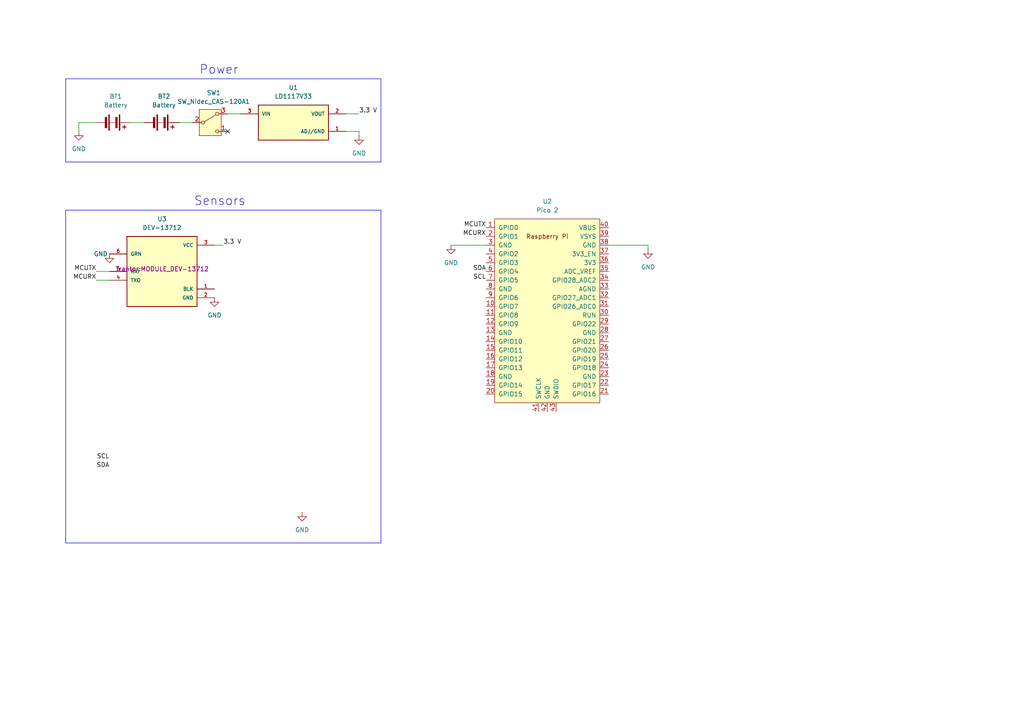
<source format=kicad_sch>
(kicad_sch (version 20250114) (generator "eeschema") (generator_version "9.0")
  (paper "A4")
  (lib_symbols
    (symbol "Device:Battery" (pin_numbers (hide yes)) (pin_names (offset 0) (hide yes))
      (property "Reference" "BT" (at 2.54 2.54 0))
      (property "Value" "Battery" (at 2.54 0 0))
      (symbol "Battery_0_1"
        (rectangle (start -2.286 1.778) (end 2.286 1.524) (fill (type outline)))
        (rectangle (start -2.286 -1.27) (end 2.286 -1.524) (fill (type outline)))
        (rectangle (start -1.524 1.016) (end 1.524 0.508) (fill (type outline)))
        (rectangle (start -1.524 -2.032) (end 1.524 -2.54) (fill (type outline)))
        (polyline (pts (xy 0 1.778) (xy 0 2.54)))
        (polyline (pts (xy 0 0) (xy 0 0.254)))
        (polyline (pts (xy 0 -0.508) (xy 0 -0.254)))
        (polyline (pts (xy 0 -1.016) (xy 0 -0.762)))
        (polyline (pts (xy 0.762 3.048) (xy 1.778 3.048)) (stroke (width 0.254)))
        (polyline (pts (xy 1.27 3.556) (xy 1.27 2.54)) (stroke (width 0.254)))
      )
      (symbol "Battery_1_1"
        (pin passive line (at 0 5.08 270) (length 2.54) (name "+") (number "1"))
        (pin passive line (at 0 -5.08 90) (length 2.54) (name "-") (number "2"))
      )
    )
    (symbol "Switch:SW_Nidec_CAS-120A1" (pin_names (offset 1) (hide yes))
      (property "Reference" "SW" (at 0 4.318 0))
      (property "Value" "SW_Nidec_CAS-120A1" (at 0 -5.08 0))
      (symbol "SW_Nidec_CAS-120A1_0_1"
        (circle (center -2.032 0) (radius 0.4572))
        (polyline (pts (xy -1.651 0.254) (xy 1.651 2.286)))
        (circle (center 2.032 2.54) (radius 0.4572))
        (circle (center 2.032 -2.54) (radius 0.4572))
      )
      (symbol "SW_Nidec_CAS-120A1_1_1"
        (rectangle (start -3.175 3.81) (end 3.175 -3.81) (fill (type background)))
        (pin passive line (at -5.08 0 0) (length 2.54) (name "B") (number "2"))
        (pin passive line (at 5.08 2.54 180) (length 2.54) (name "A") (number "3"))
        (pin passive line (at 5.08 -2.54 180) (length 2.54) (name "C") (number "1"))
      )
    )
    (symbol "Trantor:DEV-13712" (pin_names (offset 1.016))
      (property "Reference" "U" (at -10.16 10.922 0))
      (property "Value" "DEV-13712" (at -10.16 -12.7 0))
      (symbol "DEV-13712_0_0"
        (rectangle (start -10.16 -10.16) (end 10.16 10.16) (stroke (width 0.254)) (fill (type background)))
        (pin input line (at -15.24 5.08 0) (length 5.08) (name "GRN") (number "6"))
        (pin input line (at -15.24 0 0) (length 5.08) (name "RXI") (number "5"))
        (pin output line (at -15.24 -2.54 0) (length 5.08) (name "TXO") (number "4"))
        (pin power_in line (at 15.24 7.62 180) (length 5.08) (name "VCC") (number "3"))
        (pin power_in line (at 15.24 -5.08 180) (length 5.08) (name "BLK") (number "1"))
        (pin power_in line (at 15.24 -7.62 180) (length 5.08) (name "GND") (number "2"))
      )
    )
    (symbol "Trantor:LD1117V33" (pin_names (offset 1.016))
      (property "Reference" "U" (at -10.16 5.842 0))
      (property "Value" "LD1117V33" (at -10.16 -7.62 0))
      (symbol "LD1117V33_0_0"
        (rectangle (start -10.16 -5.08) (end 10.16 5.08) (stroke (width 0.254)) (fill (type background)))
        (pin input line (at -15.24 2.54 0) (length 5.08) (name "VIN") (number "3"))
        (pin output line (at 15.24 2.54 180) (length 5.08) (name "VOUT") (number "2"))
        (pin passive line (at 15.24 -2.54 180) (length 5.08) (name "ADJ/GND") (number "1"))
      )
    )
    (symbol "Trantor:Pico" (pin_names (offset 1.016))
      (property "Reference" "U" (at -13.97 27.94 0))
      (property "Value" "Pico 2" (at 0 19.05 0))
      (symbol "Pico_0_0"
        (text "Raspberry Pi" (at 0 21.59 0) (effects (font (size 1.27 1.27))))
      )
      (symbol "Pico_0_1"
        (rectangle (start -15.24 26.67) (end 15.24 -26.67) (fill (type background)))
      )
      (symbol "Pico_1_1"
        (pin bidirectional line (at -17.78 24.13 0) (length 2.54) (name "GPIO0") (number "1"))
        (pin bidirectional line (at -17.78 21.59 0) (length 2.54) (name "GPIO1") (number "2"))
        (pin power_in line (at -17.78 19.05 0) (length 2.54) (name "GND") (number "3"))
        (pin bidirectional line (at -17.78 16.51 0) (length 2.54) (name "GPIO2") (number "4"))
        (pin bidirectional line (at -17.78 13.97 0) (length 2.54) (name "GPIO3") (number "5"))
        (pin bidirectional line (at -17.78 11.43 0) (length 2.54) (name "GPIO4") (number "6"))
        (pin bidirectional line (at -17.78 8.89 0) (length 2.54) (name "GPIO5") (number "7"))
        (pin power_in line (at -17.78 6.35 0) (length 2.54) (name "GND") (number "8"))
        (pin bidirectional line (at -17.78 3.81 0) (length 2.54) (name "GPIO6") (number "9"))
        (pin bidirectional line (at -17.78 1.27 0) (length 2.54) (name "GPIO7") (number "10"))
        (pin bidirectional line (at -17.78 -1.27 0) (length 2.54) (name "GPIO8") (number "11"))
        (pin bidirectional line (at -17.78 -3.81 0) (length 2.54) (name "GPIO9") (number "12"))
        (pin power_in line (at -17.78 -6.35 0) (length 2.54) (name "GND") (number "13"))
        (pin bidirectional line (at -17.78 -8.89 0) (length 2.54) (name "GPIO10") (number "14"))
        (pin bidirectional line (at -17.78 -11.43 0) (length 2.54) (name "GPIO11") (number "15"))
        (pin bidirectional line (at -17.78 -13.97 0) (length 2.54) (name "GPIO12") (number "16"))
        (pin bidirectional line (at -17.78 -16.51 0) (length 2.54) (name "GPIO13") (number "17"))
        (pin power_in line (at -17.78 -19.05 0) (length 2.54) (name "GND") (number "18"))
        (pin bidirectional line (at -17.78 -21.59 0) (length 2.54) (name "GPIO14") (number "19"))
        (pin bidirectional line (at -17.78 -24.13 0) (length 2.54) (name "GPIO15") (number "20"))
        (pin input line (at -2.54 -29.21 90) (length 2.54) (name "SWCLK") (number "41"))
        (pin power_in line (at 0 -29.21 90) (length 2.54) (name "GND") (number "42"))
        (pin bidirectional line (at 2.54 -29.21 90) (length 2.54) (name "SWDIO") (number "43"))
        (pin unspecified line (at 17.78 24.13 180) (length 2.54) (name "VBUS") (number "40"))
        (pin unspecified line (at 17.78 21.59 180) (length 2.54) (name "VSYS") (number "39"))
        (pin bidirectional line (at 17.78 19.05 180) (length 2.54) (name "GND") (number "38"))
        (pin input line (at 17.78 16.51 180) (length 2.54) (name "3V3_EN") (number "37"))
        (pin unspecified line (at 17.78 13.97 180) (length 2.54) (name "3V3") (number "36"))
        (pin unspecified line (at 17.78 11.43 180) (length 2.54) (name "ADC_VREF") (number "35"))
        (pin bidirectional line (at 17.78 8.89 180) (length 2.54) (name "GPIO28_ADC2") (number "34"))
        (pin power_in line (at 17.78 6.35 180) (length 2.54) (name "AGND") (number "33"))
        (pin bidirectional line (at 17.78 3.81 180) (length 2.54) (name "GPIO27_ADC1") (number "32"))
        (pin bidirectional line (at 17.78 1.27 180) (length 2.54) (name "GPIO26_ADC0") (number "31"))
        (pin input line (at 17.78 -1.27 180) (length 2.54) (name "RUN") (number "30"))
        (pin bidirectional line (at 17.78 -3.81 180) (length 2.54) (name "GPIO22") (number "29"))
        (pin power_in line (at 17.78 -6.35 180) (length 2.54) (name "GND") (number "28"))
        (pin bidirectional line (at 17.78 -8.89 180) (length 2.54) (name "GPIO21") (number "27"))
        (pin bidirectional line (at 17.78 -11.43 180) (length 2.54) (name "GPIO20") (number "26"))
        (pin bidirectional line (at 17.78 -13.97 180) (length 2.54) (name "GPIO19") (number "25"))
        (pin bidirectional line (at 17.78 -16.51 180) (length 2.54) (name "GPIO18") (number "24"))
        (pin power_in line (at 17.78 -19.05 180) (length 2.54) (name "GND") (number "23"))
        (pin bidirectional line (at 17.78 -21.59 180) (length 2.54) (name "GPIO17") (number "22"))
        (pin bidirectional line (at 17.78 -24.13 180) (length 2.54) (name "GPIO16") (number "21"))
      )
    )
    (symbol "power:GND" (power) (pin_numbers (hide yes)) (pin_names (offset 0) (hide yes))
      (property "Value" "GND" (at 0 -3.81 0))
      (symbol "GND_0_1"
        (polyline (pts (xy 0 0) (xy 0 -1.27) (xy 1.27 -1.27) (xy 0 -2.54) (xy -1.27 -1.27) (xy 0 -1.27)))
      )
      (symbol "GND_1_1"
        (pin power_in line (at 0 0 270) (length 0) (name "~") (number "1"))
      )
    )
  )
  (rectangle (start 19.05 60.96) (end 110.49 157.48))
  (rectangle (start 19.05 22.86) (end 110.49 46.99))
  (text "Power\n" (at 63.5 20.32 0) (effects (font (size 2.54 2.54))))
  (text "Sensors" (at 63.754 58.42 0) (effects (font (size 2.54 2.54))))
  (no_connect (at 66.04 38.1))
  (wire (pts (xy 27.94 81.28) (xy 31.75 81.28)))
  (wire (pts (xy 52.07 35.56) (xy 55.88 35.56)))
  (wire (pts (xy 130.81 71.12) (xy 140.97 71.12)))
  (wire (pts (xy 100.33 33.02) (xy 104.14 33.02)))
  (wire (pts (xy 64.77 71.12) (xy 62.23 71.12)))
  (wire (pts (xy 22.86 35.56) (xy 22.86 38.1)))
  (wire (pts (xy 100.33 38.1) (xy 104.14 38.1)))
  (wire (pts (xy 27.94 78.74) (xy 31.75 78.74)))
  (wire (pts (xy 22.86 35.56) (xy 27.94 35.56)))
  (wire (pts (xy 66.04 33.02) (xy 69.85 33.02)))
  (wire (pts (xy 104.14 38.1) (xy 104.14 39.37)))
  (wire (pts (xy 187.96 72.39) (xy 187.96 71.12)))
  (wire (pts (xy 187.96 71.12) (xy 176.53 71.12)))
  (wire (pts (xy 38.1 35.56) (xy 41.91 35.56)))
  (label "3.3 V" (at 64.77 71.12 0))
  (label "SCL" (at 31.75 133.35 180))
  (label "SDA" (at 31.75 135.89 180))
  (label "MCURX" (at 140.97 68.58 180))
  (label "MCURX" (at 27.94 81.28 180))
  (label "SDA" (at 140.97 78.74 180))
  (label "SCL" (at 140.97 81.28 180))
  (label "3.3 V" (at 104.14 33.02 0))
  (label "MCUTX" (at 27.94 78.74 180))
  (label "MCUTX" (at 140.97 66.04 180))
  (symbol (lib_id "Trantor:Pico") (at 158.75 90.17 0) (unit 1)
    (property "Reference" "U2" (at 158.75 58.42 0))
    (property "Value" "Pico 2" (at 158.75 60.96 0))
    (property "Footprint" "Trantor:RPi_Pico_SMD_TH" (effects (hide yes)))
  )
  (symbol (lib_id "power:GND") (at 62.23 86.36 0) (unit 1)
    (property "Reference" "#PWR05" (effects (hide yes)))
    (property "Value" "GND" (at 62.23 91.44 0))
    (property "Description" "Power symbol creates a global label with name \"GND\" , ground" (effects (hide yes)))
  )
  (symbol (lib_id "power:GND") (at 31.75 73.66 0) (unit 1)
    (property "Reference" "#PWR06" (effects (hide yes)))
    (property "Value" "GND" (at 29.21 73.66 0))
    (property "Description" "Power symbol creates a global label with name \"GND\" , ground" (effects (hide yes)))
  )
  (symbol (lib_id "power:GND") (at 87.63 148.59 0) (unit 1)
    (property "Reference" "#PWR07" (effects (hide yes)))
    (property "Value" "GND" (at 87.63 153.67 0))
    (property "Description" "Power symbol creates a global label with name \"GND\" , ground" (effects (hide yes)))
  )
  (symbol (lib_id "Switch:SW_Nidec_CAS-120A1") (at 60.96 35.56 0) (unit 1)
    (property "Reference" "SW1" (at 61.976 26.924 0))
    (property "Value" "SW_Nidec_CAS-120A1" (at 61.976 29.464 0))
    (property "Footprint" "Button_Switch_SMD:Nidec_Copal_CAS-120A" (effects (hide yes)))
    (property "Datasheet" "https://www.nidec-components.com/e/catalog/switch/cas.pdf" (effects (hide yes)))
    (property "Description" "Switch, single pole double throw" (effects (hide yes)))
  )
  (symbol (lib_id "power:GND") (at 130.81 71.12 0) (unit 1)
    (property "Reference" "#PWR03" (effects (hide yes)))
    (property "Value" "GND" (at 130.81 76.2 0))
    (property "Description" "Power symbol creates a global label with name \"GND\" , ground" (effects (hide yes)))
  )
  (symbol (lib_id "power:GND") (at 104.14 39.37 0) (unit 1)
    (property "Reference" "#PWR02" (effects (hide yes)))
    (property "Value" "GND" (at 104.14 44.45 0))
    (property "Description" "Power symbol creates a global label with name \"GND\" , ground" (effects (hide yes)))
  )
  (symbol (lib_id "Trantor:DEV-13712") (at 46.99 78.74 0) (unit 1)
    (property "Reference" "U3" (at 46.99 63.5 0))
    (property "Value" "DEV-13712" (at 46.99 66.04 0))
    (property "Footprint" "Trantor:MODULE_DEV-13712" (at 46.99 78.74 0) (effects (justify bottom)))
    (property "MF" "Sparkfun Electronics" (effects (hide yes)))
    (property "Description_1" "OpenLog Data Logger [SparkFun Electronics] DEV-13712 OpenLog Data Logger 845156006540" (effects (hide yes)))
    (property "Package" "None" (effects (hide yes)))
    (property "Price" "None" (effects (hide yes)))
    (property "Check_prices" "https://www.snapeda.com/parts/DEV13712/SparkFun/view-part/?ref=eda" (effects (hide yes)))
    (property "STANDARD" "Manufacturer Recommendations" (effects (hide yes)))
    (property "PARTREV" "v15" (effects (hide yes)))
    (property "SnapEDA_Link" "https://www.snapeda.com/parts/DEV13712/SparkFun/view-part/?ref=snap" (effects (hide yes)))
    (property "MP" "DEV13712" (effects (hide yes)))
    (property "MANUFACTURER" "SparkFun" (effects (hide yes)))
    (property "Availability" "In Stock" (effects (hide yes)))
    (property "SNAPEDA_PN" "DEV-13712" (effects (hide yes)))
  )
  (symbol (lib_id "Device:Battery") (at 33.02 35.56 270) (unit 1)
    (property "Reference" "BT1" (at 33.5915 27.94 90))
    (property "Value" "Battery" (at 33.5915 30.48 90))
    (property "Description" "Multiple-cell battery" (effects (hide yes)))
  )
  (symbol (lib_id "power:GND") (at 187.96 72.39 0) (unit 1)
    (property "Reference" "#PWR04" (effects (hide yes)))
    (property "Value" "GND" (at 187.96 77.47 0))
    (property "Description" "Power symbol creates a global label with name \"GND\" , ground" (effects (hide yes)))
  )
  (symbol (lib_id "power:GND") (at 22.86 38.1 0) (unit 1)
    (property "Reference" "#PWR01" (effects (hide yes)))
    (property "Value" "GND" (at 22.86 43.18 0))
    (property "Description" "Power symbol creates a global label with name \"GND\" , ground" (effects (hide yes)))
  )
  (symbol (lib_id "Trantor:LD1117V33") (at 85.09 35.56 0) (unit 1)
    (property "Reference" "U1" (at 85.09 25.4 0))
    (property "Value" "LD1117V33" (at 85.09 27.94 0))
    (property "Footprint" "Trantor:TO255P1020X450X1968-3" (effects (hide yes)))
    (property "MF" "STMicroelectronics" (effects (hide yes)))
    (property "MAXIMUM_PACKAGE_HEIGHT" "19.68mm" (effects (hide yes)))
    (property "Package" "TO-220 STMicroelectronics" (effects (hide yes)))
    (property "Price" "None" (effects (hide yes)))
    (property "Check_prices" "https://www.snapeda.com/parts/LD1117V33/STMicroelectronics/view-part/?ref=eda" (effects (hide yes)))
    (property "STANDARD" "IPC-7351B" (effects (hide yes)))
    (property "PARTREV" "37" (effects (hide yes)))
    (property "SnapEDA_Link" "https://www.snapeda.com/parts/LD1117V33/STMicroelectronics/view-part/?ref=snap" (effects (hide yes)))
    (property "MP" "LD1117V33" (effects (hide yes)))
    (property "Description_1" "Linear Voltage Regulator IC Positive Fixed 1 Output  800mA TO-220AB" (effects (hide yes)))
    (property "Availability" "In Stock" (effects (hide yes)))
    (property "MANUFACTURER" "ST Microelectronics" (effects (hide yes)))
  )
  (symbol (lib_id "Device:Battery") (at 46.99 35.56 270) (unit 1)
    (property "Reference" "BT2" (at 47.5615 27.94 90))
    (property "Value" "Battery" (at 47.5615 30.48 90))
    (property "Footprint" "Battery:BatteryHolder_Keystone_2462_2xAA" (effects (hide yes)))
    (property "Description" "Multiple-cell battery" (effects (hide yes)))
  )
)
</source>
